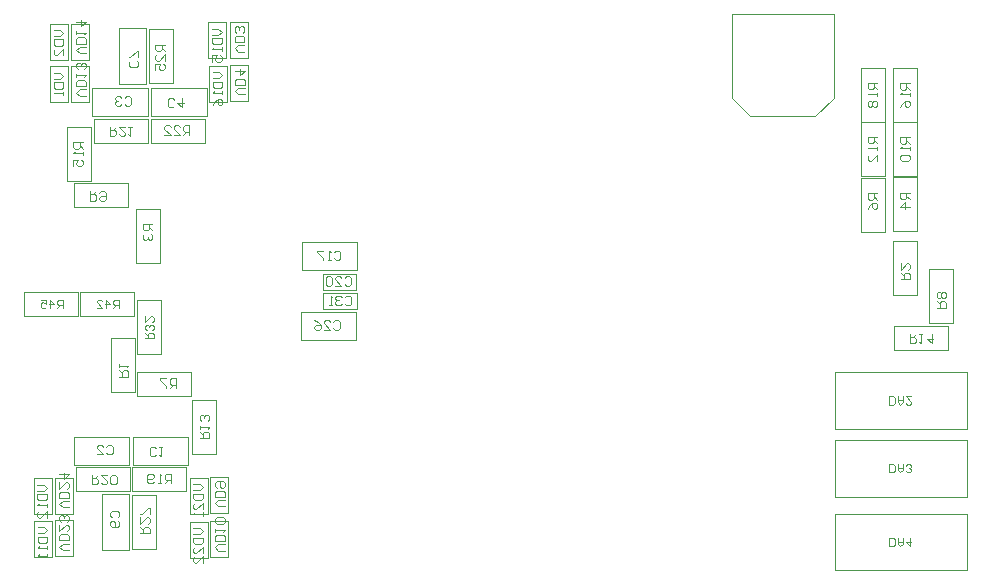
<source format=gbr>
%TF.GenerationSoftware,Altium Limited,Altium Designer,21.6.4 (81)*%
G04 Layer_Color=32896*
%FSLAX43Y43*%
%MOMM*%
%TF.SameCoordinates,F87848A5-9C76-4C60-8026-6C1C3CCCB256*%
%TF.FilePolarity,Positive*%
%TF.FileFunction,Other,Bottom_Assembly*%
%TF.Part,Single*%
G01*
G75*
%TA.AperFunction,NonConductor*%
%ADD52C,0.100*%
D52*
X5780Y22909D02*
X10352D01*
X5780Y24941D02*
X10352D01*
X5780Y22909D02*
Y24941D01*
X10352Y22909D02*
Y24941D01*
X10516Y22909D02*
X15088D01*
X10516Y24941D02*
X15088D01*
X10516Y22909D02*
Y24941D01*
X15088Y22909D02*
Y24941D01*
X15370Y19685D02*
Y24257D01*
X17402Y19685D02*
Y24257D01*
X15370D02*
X17402D01*
X15370Y19685D02*
X17402D01*
X74400Y1350D02*
Y6150D01*
X85600Y2950D02*
Y4350D01*
X74400Y1350D02*
X85600D01*
X74400Y6150D02*
X85600D01*
Y4350D02*
Y6150D01*
Y1350D02*
Y2950D01*
X74400Y7600D02*
Y12400D01*
X85600Y9200D02*
Y10600D01*
X74400Y7600D02*
X85600D01*
X74400Y12400D02*
X85600D01*
Y10600D02*
Y12400D01*
Y7600D02*
Y9200D01*
X74400Y13350D02*
Y18150D01*
X85600Y14950D02*
Y16350D01*
X74400Y13350D02*
X85600D01*
X74400Y18150D02*
X85600D01*
Y16350D02*
Y18150D01*
Y13350D02*
Y14950D01*
X67227Y39842D02*
X72777D01*
X65702Y41367D02*
X67227Y39842D01*
X65702Y41367D02*
Y48442D01*
X74302D01*
Y41367D02*
Y48442D01*
X72777Y39842D02*
X74302Y41367D01*
X14983Y12670D02*
X19683D01*
X14983Y10320D02*
X19683D01*
Y12670D01*
X14983Y10320D02*
Y12670D01*
X78664Y39345D02*
Y43917D01*
X76632Y39345D02*
Y43917D01*
Y39345D02*
X78664D01*
X76632Y43917D02*
X78664D01*
Y34772D02*
Y39344D01*
X76632Y34772D02*
Y39344D01*
Y34772D02*
X78664D01*
X76632Y39344D02*
X78664D01*
Y30023D02*
Y34595D01*
X76632Y30023D02*
Y34595D01*
Y30023D02*
X78664D01*
X76632Y34595D02*
X78664D01*
X29209Y20885D02*
X33909D01*
X29209Y23235D02*
X33909D01*
X29209Y20885D02*
Y23235D01*
X33909Y20885D02*
Y23235D01*
Y25131D02*
Y26481D01*
X31059Y25131D02*
Y26481D01*
X33909D01*
X31059Y25131D02*
X33909D01*
X33963Y26786D02*
Y29136D01*
X29263Y26786D02*
Y29136D01*
X33963D01*
X29263Y26786D02*
X33963D01*
X33936Y23494D02*
Y24844D01*
X31086Y23494D02*
Y24844D01*
X33936D01*
X31086Y23494D02*
X33936D01*
X21532Y6221D02*
Y9269D01*
X23056Y6221D02*
Y9269D01*
X21532D02*
X23056D01*
X21532Y6221D02*
X23056D01*
X82356Y22301D02*
X84388D01*
X82356Y26873D02*
X84388D01*
Y22301D02*
Y26873D01*
X82356Y22301D02*
Y26873D01*
X79314Y24704D02*
X81346D01*
X79314Y29276D02*
X81346D01*
Y24704D02*
Y29276D01*
X79314Y24704D02*
Y29276D01*
X79375Y34638D02*
X81407D01*
X79375Y30066D02*
X81407D01*
X79375D02*
Y34638D01*
X81407Y30066D02*
Y34638D01*
X15261Y31979D02*
X17293D01*
X15261Y27407D02*
X17293D01*
X15261D02*
Y31979D01*
X17293Y27407D02*
Y31979D01*
X14691Y3102D02*
Y7802D01*
X12341Y3102D02*
Y7802D01*
Y3102D02*
X14691D01*
X12341Y7802D02*
X14691D01*
X13132Y16459D02*
X15164D01*
X13132Y21031D02*
X15164D01*
Y16459D02*
Y21031D01*
X13132Y16459D02*
Y21031D01*
X21303Y6161D02*
Y9209D01*
X19779Y6161D02*
Y9209D01*
Y6161D02*
X21303D01*
X19779Y9209D02*
X21303D01*
X79426Y22047D02*
X83998D01*
X79426Y20015D02*
X83998D01*
Y22047D01*
X79426Y20015D02*
Y22047D01*
X19929Y16154D02*
Y18186D01*
X15357Y16154D02*
Y18186D01*
X19929D01*
X15357Y16154D02*
X19929D01*
X19973Y11243D02*
X22005D01*
X19973Y15815D02*
X22005D01*
Y11243D02*
Y15815D01*
X19973Y11243D02*
Y15815D01*
X8103Y6112D02*
Y9160D01*
X6579Y6112D02*
Y9160D01*
Y6112D02*
X8103D01*
X6579Y9160D02*
X8103D01*
X8356Y6137D02*
Y9185D01*
X9880Y6137D02*
Y9185D01*
X8356D02*
X9880D01*
X8356Y6137D02*
X9880D01*
X8356Y2540D02*
Y5588D01*
X9880Y2540D02*
Y5588D01*
X8356D02*
X9880D01*
X8356Y2540D02*
X9880D01*
X8153Y2514D02*
Y5562D01*
X6629Y2514D02*
Y5562D01*
Y2514D02*
X8153D01*
X6629Y5562D02*
X8153D01*
X14943Y3191D02*
X16975D01*
X14943Y7763D02*
X16975D01*
Y3191D02*
Y7763D01*
X14943Y3191D02*
Y7763D01*
Y8068D02*
X19515D01*
X14943Y10100D02*
X19515D01*
X14943Y8068D02*
Y10100D01*
X19515Y8068D02*
Y10100D01*
X14691Y10320D02*
Y12670D01*
X9991Y10320D02*
Y12670D01*
X14691D01*
X9991Y10320D02*
X14691D01*
X10168Y10100D02*
X14740D01*
X10168Y8068D02*
X14740D01*
Y10100D01*
X10168Y8068D02*
Y10100D01*
X21303Y2437D02*
Y5485D01*
X19779Y2437D02*
Y5485D01*
Y2437D02*
X21303D01*
X19779Y5485D02*
X21303D01*
X21533Y2488D02*
Y5536D01*
X23057Y2488D02*
Y5536D01*
X21533D02*
X23057D01*
X21533Y2488D02*
X23057D01*
X9785Y40998D02*
Y44046D01*
X11309Y40998D02*
Y44046D01*
X9785D02*
X11309D01*
X9785Y40998D02*
X11309D01*
X9363Y38913D02*
X11395D01*
X9363Y34341D02*
X11395D01*
X9363D02*
Y38913D01*
X11395Y34341D02*
Y38913D01*
X10024Y32087D02*
Y34119D01*
X14596Y32087D02*
Y34119D01*
X10024Y32087D02*
X14596D01*
X10024Y34119D02*
X14596D01*
X11700Y37566D02*
Y39598D01*
X16272Y37566D02*
Y39598D01*
X11700Y37566D02*
X16272D01*
X11700Y39598D02*
X16272D01*
X23240Y41122D02*
Y44170D01*
X24764Y41122D02*
Y44170D01*
X23240D02*
X24764D01*
X23240Y41122D02*
X24764D01*
X16521Y39852D02*
Y42202D01*
X21221Y39852D02*
Y42202D01*
X16521Y39852D02*
X21221D01*
X16521Y42202D02*
X21221D01*
X9505Y44608D02*
Y47656D01*
X7981Y44608D02*
Y47656D01*
Y44608D02*
X9505D01*
X7981Y47656D02*
X9505D01*
X79375Y39337D02*
X81407D01*
X79375Y34765D02*
X81407D01*
X79375D02*
Y39337D01*
X81407Y34765D02*
Y39337D01*
X16510Y37566D02*
X21082D01*
X16510Y39598D02*
X21082D01*
X16510Y37566D02*
Y39598D01*
X21082Y37566D02*
Y39598D01*
X79375Y43909D02*
X81407D01*
X79375Y39337D02*
X81407D01*
X79375D02*
Y43909D01*
X81407Y39337D02*
Y43909D01*
X23190Y44732D02*
Y47780D01*
X24714Y44732D02*
Y47780D01*
X23190D02*
X24714D01*
X23190Y44732D02*
X24714D01*
X22905D02*
Y47780D01*
X21381Y44732D02*
Y47780D01*
Y44732D02*
X22905D01*
X21381Y47780D02*
X22905D01*
X22960Y41039D02*
Y44087D01*
X21436Y41039D02*
Y44087D01*
Y41039D02*
X22960D01*
X21436Y44087D02*
X22960D01*
X18355Y42599D02*
Y47171D01*
X16323Y42599D02*
Y47171D01*
Y42599D02*
X18355D01*
X16323Y47171D02*
X18355D01*
X13776Y42566D02*
X16126D01*
X13776Y47266D02*
X16126D01*
Y42566D02*
Y47266D01*
X13776Y42566D02*
Y47266D01*
X11534Y39864D02*
X16234D01*
X11534Y42214D02*
X16234D01*
X11534Y39864D02*
Y42214D01*
X16234Y39864D02*
Y42214D01*
X9505Y40973D02*
Y44021D01*
X7981Y40973D02*
Y44021D01*
Y40973D02*
X9505D01*
X7981Y44021D02*
X9505D01*
X9785Y44609D02*
Y47657D01*
X11309Y44609D02*
Y47657D01*
X9785D02*
X11309D01*
X9785Y44609D02*
X11309D01*
X9041Y23575D02*
Y24275D01*
X8692D01*
X8575Y24158D01*
Y23925D01*
X8692Y23808D01*
X9041D01*
X8808D02*
X8575Y23575D01*
X7992D02*
Y24275D01*
X8342Y23925D01*
X7875D01*
X7175Y24275D02*
X7642D01*
Y23925D01*
X7409Y24042D01*
X7292D01*
X7175Y23925D01*
Y23692D01*
X7292Y23575D01*
X7525D01*
X7642Y23692D01*
X13777Y23575D02*
Y24275D01*
X13427D01*
X13310Y24158D01*
Y23925D01*
X13427Y23808D01*
X13777D01*
X13543D02*
X13310Y23575D01*
X12727D02*
Y24275D01*
X13077Y23925D01*
X12610D01*
X11911Y23575D02*
X12377D01*
X11911Y24042D01*
Y24158D01*
X12027Y24275D01*
X12260D01*
X12377Y24158D01*
X16036Y20996D02*
X16736D01*
Y21346D01*
X16620Y21463D01*
X16386D01*
X16270Y21346D01*
Y20996D01*
Y21229D02*
X16036Y21463D01*
X16620Y21696D02*
X16736Y21812D01*
Y22046D01*
X16620Y22162D01*
X16503D01*
X16386Y22046D01*
Y21929D01*
Y22046D01*
X16270Y22162D01*
X16153D01*
X16036Y22046D01*
Y21812D01*
X16153Y21696D01*
X16036Y22862D02*
Y22396D01*
X16503Y22862D01*
X16620D01*
X16736Y22745D01*
Y22512D01*
X16620Y22396D01*
X79025Y3400D02*
Y4100D01*
X79375D01*
X79492Y3983D01*
Y3517D01*
X79375Y3400D01*
X79025D01*
X79725Y4100D02*
Y3633D01*
X79958Y3400D01*
X80191Y3633D01*
Y4100D01*
Y3750D01*
X79725D01*
X80774Y4100D02*
Y3400D01*
X80425Y3750D01*
X80891D01*
X79025Y9650D02*
Y10350D01*
X79375D01*
X79492Y10233D01*
Y9767D01*
X79375Y9650D01*
X79025D01*
X79725Y10350D02*
Y9883D01*
X79958Y9650D01*
X80191Y9883D01*
Y10350D01*
Y10000D01*
X79725D01*
X80425Y9767D02*
X80541Y9650D01*
X80774D01*
X80891Y9767D01*
Y9883D01*
X80774Y10000D01*
X80658D01*
X80774D01*
X80891Y10117D01*
Y10233D01*
X80774Y10350D01*
X80541D01*
X80425Y10233D01*
X79025Y15400D02*
Y16100D01*
X79375D01*
X79491Y15983D01*
Y15517D01*
X79375Y15400D01*
X79025D01*
X79725Y16100D02*
Y15633D01*
X79958Y15400D01*
X80191Y15633D01*
Y16100D01*
Y15750D01*
X79725D01*
X80891Y16100D02*
X80425D01*
X80891Y15633D01*
Y15517D01*
X80774Y15400D01*
X80541D01*
X80425Y15517D01*
X16941Y11154D02*
X16808Y11020D01*
X16541D01*
X16408Y11154D01*
Y11687D01*
X16541Y11820D01*
X16808D01*
X16941Y11687D01*
X17208Y11820D02*
X17475D01*
X17341D01*
Y11020D01*
X17208Y11154D01*
X77998Y42606D02*
X77198D01*
Y42206D01*
X77331Y42072D01*
X77598D01*
X77731Y42206D01*
Y42606D01*
Y42339D02*
X77998Y42072D01*
Y41806D02*
Y41539D01*
Y41673D01*
X77198D01*
X77331Y41806D01*
Y41139D02*
X77198Y41006D01*
Y40740D01*
X77331Y40606D01*
X77465D01*
X77598Y40740D01*
X77731Y40606D01*
X77865D01*
X77998Y40740D01*
Y41006D01*
X77865Y41139D01*
X77731D01*
X77598Y41006D01*
X77465Y41139D01*
X77331D01*
X77598Y41006D02*
Y40740D01*
X77998Y38033D02*
X77198D01*
Y37634D01*
X77331Y37500D01*
X77598D01*
X77731Y37634D01*
Y38033D01*
Y37767D02*
X77998Y37500D01*
Y37234D02*
Y36967D01*
Y37100D01*
X77198D01*
X77331Y37234D01*
X77998Y36034D02*
Y36567D01*
X77465Y36034D01*
X77331D01*
X77198Y36167D01*
Y36434D01*
X77331Y36567D01*
X77998Y33284D02*
X77198D01*
Y32884D01*
X77331Y32751D01*
X77598D01*
X77731Y32884D01*
Y33284D01*
Y33017D02*
X77998Y32751D01*
X77198Y31951D02*
X77331Y32217D01*
X77598Y32484D01*
X77865D01*
X77998Y32351D01*
Y32084D01*
X77865Y31951D01*
X77731D01*
X77598Y32084D01*
Y32484D01*
X31951Y22402D02*
X32084Y22535D01*
X32351D01*
X32484Y22402D01*
Y21869D01*
X32351Y21735D01*
X32084D01*
X31951Y21869D01*
X31151Y21735D02*
X31684D01*
X31151Y22269D01*
Y22402D01*
X31285Y22535D01*
X31551D01*
X31684Y22402D01*
X30352Y22535D02*
X30618Y22402D01*
X30885Y22135D01*
Y21869D01*
X30751Y21735D01*
X30485D01*
X30352Y21869D01*
Y22002D01*
X30485Y22135D01*
X30885D01*
X32901Y26123D02*
X33034Y26256D01*
X33301D01*
X33434Y26123D01*
Y25590D01*
X33301Y25456D01*
X33034D01*
X32901Y25590D01*
X32101Y25456D02*
X32634D01*
X32101Y25990D01*
Y26123D01*
X32235Y26256D01*
X32501D01*
X32634Y26123D01*
X31835D02*
X31701Y26256D01*
X31435D01*
X31302Y26123D01*
Y25590D01*
X31435Y25456D01*
X31701D01*
X31835Y25590D01*
Y26123D01*
X32004Y28302D02*
X32138Y28436D01*
X32404D01*
X32538Y28302D01*
Y27769D01*
X32404Y27636D01*
X32138D01*
X32004Y27769D01*
X31738Y27636D02*
X31471D01*
X31604D01*
Y28436D01*
X31738Y28302D01*
X31071Y28436D02*
X30538D01*
Y28302D01*
X31071Y27769D01*
Y27636D01*
X32928Y24485D02*
X33062Y24618D01*
X33328D01*
X33461Y24485D01*
Y23952D01*
X33328Y23819D01*
X33062D01*
X32928Y23952D01*
X32662Y24485D02*
X32528Y24618D01*
X32262D01*
X32129Y24485D01*
Y24352D01*
X32262Y24219D01*
X32395D01*
X32262D01*
X32129Y24085D01*
Y23952D01*
X32262Y23819D01*
X32528D01*
X32662Y23952D01*
X31862Y23819D02*
X31595D01*
X31729D01*
Y24618D01*
X31862Y24485D01*
X22744Y6770D02*
X22211D01*
X21944Y7037D01*
X22211Y7303D01*
X22744D01*
Y7570D02*
X21944D01*
Y7970D01*
X22077Y8103D01*
X22611D01*
X22744Y7970D01*
Y7570D01*
X22077Y8370D02*
X21944Y8503D01*
Y8770D01*
X22077Y8903D01*
X22611D01*
X22744Y8770D01*
Y8503D01*
X22611Y8370D01*
X22477D01*
X22344Y8503D01*
Y8903D01*
X83022Y23612D02*
X83821D01*
Y24012D01*
X83688Y24145D01*
X83422D01*
X83288Y24012D01*
Y23612D01*
Y23879D02*
X83022Y24145D01*
X83688Y24412D02*
X83821Y24545D01*
Y24812D01*
X83688Y24945D01*
X83555D01*
X83422Y24812D01*
X83288Y24945D01*
X83155D01*
X83022Y24812D01*
Y24545D01*
X83155Y24412D01*
X83288D01*
X83422Y24545D01*
X83555Y24412D01*
X83688D01*
X83422Y24545D02*
Y24812D01*
X79980Y26015D02*
X80780D01*
Y26415D01*
X80647Y26549D01*
X80380D01*
X80247Y26415D01*
Y26015D01*
Y26282D02*
X79980Y26549D01*
Y27348D02*
Y26815D01*
X80514Y27348D01*
X80647D01*
X80780Y27215D01*
Y26948D01*
X80647Y26815D01*
X80741Y33327D02*
X79941D01*
Y32927D01*
X80075Y32794D01*
X80341D01*
X80474Y32927D01*
Y33327D01*
Y33060D02*
X80741Y32794D01*
Y32127D02*
X79941D01*
X80341Y32527D01*
Y31994D01*
X16627Y30668D02*
X15828D01*
Y30268D01*
X15961Y30134D01*
X16228D01*
X16361Y30268D01*
Y30668D01*
Y30401D02*
X16627Y30134D01*
X15961Y29868D02*
X15828Y29735D01*
Y29468D01*
X15961Y29335D01*
X16094D01*
X16228Y29468D01*
Y29601D01*
Y29468D01*
X16361Y29335D01*
X16494D01*
X16627Y29468D01*
Y29735D01*
X16494Y29868D01*
X13174Y5844D02*
X13041Y5977D01*
Y6244D01*
X13174Y6377D01*
X13708D01*
X13841Y6244D01*
Y5977D01*
X13708Y5844D01*
Y5577D02*
X13841Y5444D01*
Y5177D01*
X13708Y5044D01*
X13174D01*
X13041Y5177D01*
Y5444D01*
X13174Y5577D01*
X13308D01*
X13441Y5444D01*
Y5044D01*
X13798Y17770D02*
X14598D01*
Y18170D01*
X14464Y18303D01*
X14198D01*
X14064Y18170D01*
Y17770D01*
Y18037D02*
X13798Y18303D01*
Y18570D02*
Y18837D01*
Y18703D01*
X14598D01*
X14464Y18570D01*
X20091Y8660D02*
X20624D01*
X20891Y8393D01*
X20624Y8126D01*
X20091D01*
Y7860D02*
X20891D01*
Y7460D01*
X20758Y7327D01*
X20225D01*
X20091Y7460D01*
Y7860D01*
X20891Y6527D02*
Y7060D01*
X20358Y6527D01*
X20225D01*
X20091Y6660D01*
Y6927D01*
X20225Y7060D01*
X20891Y6260D02*
Y5994D01*
Y6127D01*
X20091D01*
X20225Y6260D01*
X80737Y21381D02*
Y20581D01*
X81137D01*
X81270Y20715D01*
Y20981D01*
X81137Y21115D01*
X80737D01*
X81003D02*
X81270Y21381D01*
X81537D02*
X81803D01*
X81670D01*
Y20581D01*
X81537Y20715D01*
X82603Y21381D02*
Y20581D01*
X82203Y20981D01*
X82736D01*
X18618Y16820D02*
Y17620D01*
X18218D01*
X18085Y17487D01*
Y17220D01*
X18218Y17087D01*
X18618D01*
X18351D02*
X18085Y16820D01*
X17818Y17620D02*
X17285D01*
Y17487D01*
X17818Y16954D01*
Y16820D01*
X20639Y12554D02*
X21438D01*
Y12954D01*
X21305Y13087D01*
X21038D01*
X20905Y12954D01*
Y12554D01*
Y12821D02*
X20639Y13087D01*
Y13354D02*
Y13620D01*
Y13487D01*
X21438D01*
X21305Y13354D01*
Y14020D02*
X21438Y14154D01*
Y14420D01*
X21305Y14553D01*
X21172D01*
X21038Y14420D01*
Y14287D01*
Y14420D01*
X20905Y14553D01*
X20772D01*
X20639Y14420D01*
Y14154D01*
X20772Y14020D01*
X6891Y8611D02*
X7424D01*
X7691Y8344D01*
X7424Y8078D01*
X6891D01*
Y7811D02*
X7691D01*
Y7411D01*
X7558Y7278D01*
X7024D01*
X6891Y7411D01*
Y7811D01*
X7691Y7011D02*
Y6745D01*
Y6878D01*
X6891D01*
X7024Y7011D01*
X7691Y5812D02*
Y6345D01*
X7158Y5812D01*
X7024D01*
X6891Y5945D01*
Y6212D01*
X7024Y6345D01*
X9568Y6686D02*
X9035D01*
X8768Y6953D01*
X9035Y7219D01*
X9568D01*
Y7486D02*
X8768D01*
Y7886D01*
X8902Y8019D01*
X9435D01*
X9568Y7886D01*
Y7486D01*
X8768Y8819D02*
Y8286D01*
X9302Y8819D01*
X9435D01*
X9568Y8686D01*
Y8419D01*
X9435Y8286D01*
X8768Y9485D02*
X9568D01*
X9168Y9085D01*
Y9619D01*
X9568Y3089D02*
X9035D01*
X8768Y3355D01*
X9035Y3622D01*
X9568D01*
Y3889D02*
X8768D01*
Y4288D01*
X8902Y4422D01*
X9435D01*
X9568Y4288D01*
Y3889D01*
X8768Y5221D02*
Y4688D01*
X9301Y5221D01*
X9435D01*
X9568Y5088D01*
Y4822D01*
X9435Y4688D01*
Y5488D02*
X9568Y5621D01*
Y5888D01*
X9435Y6021D01*
X9301D01*
X9168Y5888D01*
Y5755D01*
Y5888D01*
X9035Y6021D01*
X8902D01*
X8768Y5888D01*
Y5621D01*
X8902Y5488D01*
X6942Y5013D02*
X7475D01*
X7741Y4747D01*
X7475Y4480D01*
X6942D01*
Y4214D02*
X7741D01*
Y3814D01*
X7608Y3680D01*
X7075D01*
X6942Y3814D01*
Y4214D01*
X7741Y3414D02*
Y3147D01*
Y3281D01*
X6942D01*
X7075Y3414D01*
X7741Y2747D02*
Y2481D01*
Y2614D01*
X6942D01*
X7075Y2747D01*
X15609Y4502D02*
X16409D01*
Y4902D01*
X16276Y5035D01*
X16009D01*
X15876Y4902D01*
Y4502D01*
Y4769D02*
X15609Y5035D01*
Y5835D02*
Y5302D01*
X16143Y5835D01*
X16276D01*
X16409Y5702D01*
Y5435D01*
X16276Y5302D01*
X16409Y6102D02*
Y6635D01*
X16276D01*
X15743Y6102D01*
X15609D01*
X18204Y8734D02*
Y9534D01*
X17805D01*
X17671Y9401D01*
Y9134D01*
X17805Y9001D01*
X18204D01*
X17938D02*
X17671Y8734D01*
X17405D02*
X17138D01*
X17271D01*
Y9534D01*
X17405Y9401D01*
X16738Y8867D02*
X16605Y8734D01*
X16338D01*
X16205Y8867D01*
Y9401D01*
X16338Y9534D01*
X16605D01*
X16738Y9401D01*
Y9267D01*
X16605Y9134D01*
X16205D01*
X12733Y11837D02*
X12866Y11970D01*
X13133D01*
X13266Y11837D01*
Y11303D01*
X13133Y11170D01*
X12866D01*
X12733Y11303D01*
X11933Y11170D02*
X12466D01*
X11933Y11703D01*
Y11837D01*
X12066Y11970D01*
X12333D01*
X12466Y11837D01*
X11479Y9434D02*
Y8634D01*
X11879D01*
X12012Y8768D01*
Y9034D01*
X11879Y9167D01*
X11479D01*
X11746D02*
X12012Y9434D01*
X12812D02*
X12279D01*
X12812Y8901D01*
Y8768D01*
X12679Y8634D01*
X12412D01*
X12279Y8768D01*
X13079D02*
X13212Y8634D01*
X13479D01*
X13612Y8768D01*
Y9301D01*
X13479Y9434D01*
X13212D01*
X13079Y9301D01*
Y8768D01*
X20091Y4936D02*
X20624D01*
X20891Y4669D01*
X20624Y4403D01*
X20091D01*
Y4136D02*
X20891D01*
Y3736D01*
X20758Y3603D01*
X20225D01*
X20091Y3736D01*
Y4136D01*
X20891Y2803D02*
Y3336D01*
X20358Y2803D01*
X20225D01*
X20091Y2936D01*
Y3203D01*
X20225Y3336D01*
X20891Y2003D02*
Y2536D01*
X20358Y2003D01*
X20225D01*
X20091Y2137D01*
Y2403D01*
X20225Y2536D01*
X22744Y3037D02*
X22211D01*
X21945Y3303D01*
X22211Y3570D01*
X22744D01*
Y3836D02*
X21945D01*
Y4236D01*
X22078Y4369D01*
X22611D01*
X22744Y4236D01*
Y3836D01*
X21945Y4636D02*
Y4903D01*
Y4769D01*
X22744D01*
X22611Y4636D01*
Y5302D02*
X22744Y5436D01*
Y5702D01*
X22611Y5836D01*
X22078D01*
X21945Y5702D01*
Y5436D01*
X22078Y5302D01*
X22611D01*
X10997Y41547D02*
X10463D01*
X10197Y41814D01*
X10463Y42080D01*
X10997D01*
Y42347D02*
X10197D01*
Y42747D01*
X10330Y42880D01*
X10863D01*
X10997Y42747D01*
Y42347D01*
X10197Y43147D02*
Y43413D01*
Y43280D01*
X10997D01*
X10863Y43147D01*
Y43813D02*
X10997Y43946D01*
Y44213D01*
X10863Y44346D01*
X10730D01*
X10597Y44213D01*
Y44080D01*
Y44213D01*
X10463Y44346D01*
X10330D01*
X10197Y44213D01*
Y43946D01*
X10330Y43813D01*
X10729Y37602D02*
X9929D01*
Y37202D01*
X10063Y37068D01*
X10329D01*
X10463Y37202D01*
Y37602D01*
Y37335D02*
X10729Y37068D01*
Y36802D02*
Y36535D01*
Y36669D01*
X9929D01*
X10063Y36802D01*
X9929Y35602D02*
Y36135D01*
X10329D01*
X10196Y35869D01*
Y35736D01*
X10329Y35602D01*
X10596D01*
X10729Y35736D01*
Y36002D01*
X10596Y36135D01*
X11335Y33453D02*
Y32653D01*
X11734D01*
X11868Y32786D01*
Y33053D01*
X11734Y33186D01*
X11335D01*
X11601D02*
X11868Y33453D01*
X12134Y33319D02*
X12268Y33453D01*
X12534D01*
X12667Y33319D01*
Y32786D01*
X12534Y32653D01*
X12268D01*
X12134Y32786D01*
Y32919D01*
X12268Y33053D01*
X12667D01*
X13011Y38932D02*
Y38133D01*
X13411D01*
X13544Y38266D01*
Y38533D01*
X13411Y38666D01*
X13011D01*
X13278D02*
X13544Y38932D01*
X14344D02*
X13811D01*
X14344Y38399D01*
Y38266D01*
X14211Y38133D01*
X13944D01*
X13811Y38266D01*
X14610Y38932D02*
X14877D01*
X14744D01*
Y38133D01*
X14610Y38266D01*
X24452Y41671D02*
X23918D01*
X23652Y41937D01*
X23918Y42204D01*
X24452D01*
Y42470D02*
X23652D01*
Y42870D01*
X23785Y43003D01*
X24318D01*
X24452Y42870D01*
Y42470D01*
X23652Y43670D02*
X24452D01*
X24052Y43270D01*
Y43803D01*
X18479Y40686D02*
X18346Y40553D01*
X18079D01*
X17946Y40686D01*
Y41219D01*
X18079Y41352D01*
X18346D01*
X18479Y41219D01*
X19145Y41352D02*
Y40553D01*
X18746Y40952D01*
X19279D01*
X8294Y47107D02*
X8827D01*
X9093Y46841D01*
X8827Y46574D01*
X8294D01*
Y46308D02*
X9093D01*
Y45908D01*
X8960Y45775D01*
X8427D01*
X8294Y45908D01*
Y46308D01*
X9093Y44975D02*
Y45508D01*
X8560Y44975D01*
X8427D01*
X8294Y45108D01*
Y45375D01*
X8427Y45508D01*
X80741Y38026D02*
X79941D01*
Y37626D01*
X80075Y37492D01*
X80341D01*
X80474Y37626D01*
Y38026D01*
Y37759D02*
X80741Y37492D01*
Y37226D02*
Y36959D01*
Y37093D01*
X79941D01*
X80075Y37226D01*
Y36559D02*
X79941Y36426D01*
Y36160D01*
X80075Y36026D01*
X80608D01*
X80741Y36160D01*
Y36426D01*
X80608Y36559D01*
X80075D01*
X19771Y38232D02*
Y39032D01*
X19371D01*
X19238Y38899D01*
Y38632D01*
X19371Y38499D01*
X19771D01*
X19504D02*
X19238Y38232D01*
X18438D02*
X18971D01*
X18438Y38765D01*
Y38899D01*
X18571Y39032D01*
X18838D01*
X18971Y38899D01*
X17638Y38232D02*
X18171D01*
X17638Y38765D01*
Y38899D01*
X17771Y39032D01*
X18038D01*
X18171Y38899D01*
X80741Y42598D02*
X79941D01*
Y42198D01*
X80075Y42065D01*
X80341D01*
X80474Y42198D01*
Y42598D01*
Y42331D02*
X80741Y42065D01*
Y41798D02*
Y41531D01*
Y41665D01*
X79941D01*
X80075Y41798D01*
X79941Y40598D02*
X80075Y40865D01*
X80341Y41132D01*
X80608D01*
X80741Y40998D01*
Y40732D01*
X80608Y40598D01*
X80474D01*
X80341Y40732D01*
Y41132D01*
X24402Y45281D02*
X23869D01*
X23602Y45547D01*
X23869Y45814D01*
X24402D01*
Y46081D02*
X23602D01*
Y46480D01*
X23735Y46614D01*
X24269D01*
X24402Y46480D01*
Y46081D01*
X24269Y46880D02*
X24402Y47014D01*
Y47280D01*
X24269Y47414D01*
X24135D01*
X24002Y47280D01*
Y47147D01*
Y47280D01*
X23869Y47414D01*
X23735D01*
X23602Y47280D01*
Y47014D01*
X23735Y46880D01*
X21693Y47231D02*
X22226D01*
X22493Y46964D01*
X22226Y46698D01*
X21693D01*
Y46431D02*
X22493D01*
Y46031D01*
X22360Y45898D01*
X21827D01*
X21693Y46031D01*
Y46431D01*
X22493Y45631D02*
Y45365D01*
Y45498D01*
X21693D01*
X21827Y45631D01*
X21693Y44432D02*
Y44965D01*
X22093D01*
X21960Y44698D01*
Y44565D01*
X22093Y44432D01*
X22360D01*
X22493Y44565D01*
Y44832D01*
X22360Y44965D01*
X21749Y43538D02*
X22282D01*
X22548Y43271D01*
X22282Y43005D01*
X21749D01*
Y42738D02*
X22548D01*
Y42338D01*
X22415Y42205D01*
X21882D01*
X21749Y42338D01*
Y42738D01*
X22548Y41938D02*
Y41672D01*
Y41805D01*
X21749D01*
X21882Y41938D01*
X21749Y40739D02*
X21882Y41005D01*
X22149Y41272D01*
X22415D01*
X22548Y41138D01*
Y40872D01*
X22415Y40739D01*
X22282D01*
X22149Y40872D01*
Y41272D01*
X17689Y45860D02*
X16889D01*
Y45460D01*
X17022Y45327D01*
X17289D01*
X17422Y45460D01*
Y45860D01*
Y45593D02*
X17689Y45327D01*
Y44527D02*
Y45060D01*
X17156Y44527D01*
X17022D01*
X16889Y44660D01*
Y44927D01*
X17022Y45060D01*
X16889Y43727D02*
Y44260D01*
X17289D01*
X17156Y43994D01*
Y43860D01*
X17289Y43727D01*
X17556D01*
X17689Y43860D01*
Y44127D01*
X17556Y44260D01*
X15293Y44524D02*
X15426Y44391D01*
Y44124D01*
X15293Y43991D01*
X14759D01*
X14626Y44124D01*
Y44391D01*
X14759Y44524D01*
X15426Y44791D02*
Y45324D01*
X15293D01*
X14759Y44791D01*
X14626D01*
X14276Y41380D02*
X14410Y41513D01*
X14676D01*
X14809Y41380D01*
Y40847D01*
X14676Y40714D01*
X14410D01*
X14276Y40847D01*
X14010Y41380D02*
X13876Y41513D01*
X13610D01*
X13476Y41380D01*
Y41247D01*
X13610Y41114D01*
X13743D01*
X13610D01*
X13476Y40980D01*
Y40847D01*
X13610Y40714D01*
X13876D01*
X14010Y40847D01*
X8294Y43472D02*
X8827D01*
X9093Y43205D01*
X8827Y42939D01*
X8294D01*
Y42672D02*
X9093D01*
Y42272D01*
X8960Y42139D01*
X8427D01*
X8294Y42272D01*
Y42672D01*
X9093Y41872D02*
Y41606D01*
Y41739D01*
X8294D01*
X8427Y41872D01*
X10996Y45158D02*
X10463D01*
X10197Y45424D01*
X10463Y45691D01*
X10996D01*
Y45957D02*
X10197D01*
Y46357D01*
X10330Y46490D01*
X10863D01*
X10996Y46357D01*
Y45957D01*
X10197Y46757D02*
Y47024D01*
Y46890D01*
X10996D01*
X10863Y46757D01*
X10197Y47823D02*
X10996D01*
X10596Y47423D01*
Y47957D01*
%TF.MD5,64e5ae1a80d800b9c467100cac36ece6*%
M02*

</source>
